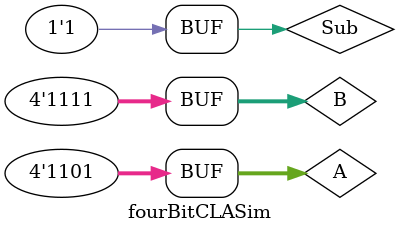
<source format=v>
`timescale 1ns / 1ps


module fourBitCLASim( );

    reg [3:0] A;
    reg [3:0] B;
    reg Sub;
    wire [3:0]Sum;
    wire Error;
    
    fourBitCLA UUT(.A(A), .B(B), .Sub(Sub), .Sum(Sum), .Error(Error));
    
    initial begin
        Sub=0;
        A=4'b0011;
        B=4'b0100;
        #10;
        B=4'b0110;
        #10;
        B=4'b1100;
        #10;
        
        A=4'b1101;
        B=4'b0011;
        #10;
        B=4'b1000;
        #10;
        B=4'b1111;
        #10;
        
        Sub=1;
        A=4'b0011;
        B=4'b0100;
        #10;
        B=4'b0110;
        #10;
        B=4'b1100;
        #10;
        
        A=4'b1101;
        B=4'b0111;
        #10;
        B=4'b1000;
        #10;
        B=4'b1111;
        #10;

    end
endmodule

</source>
